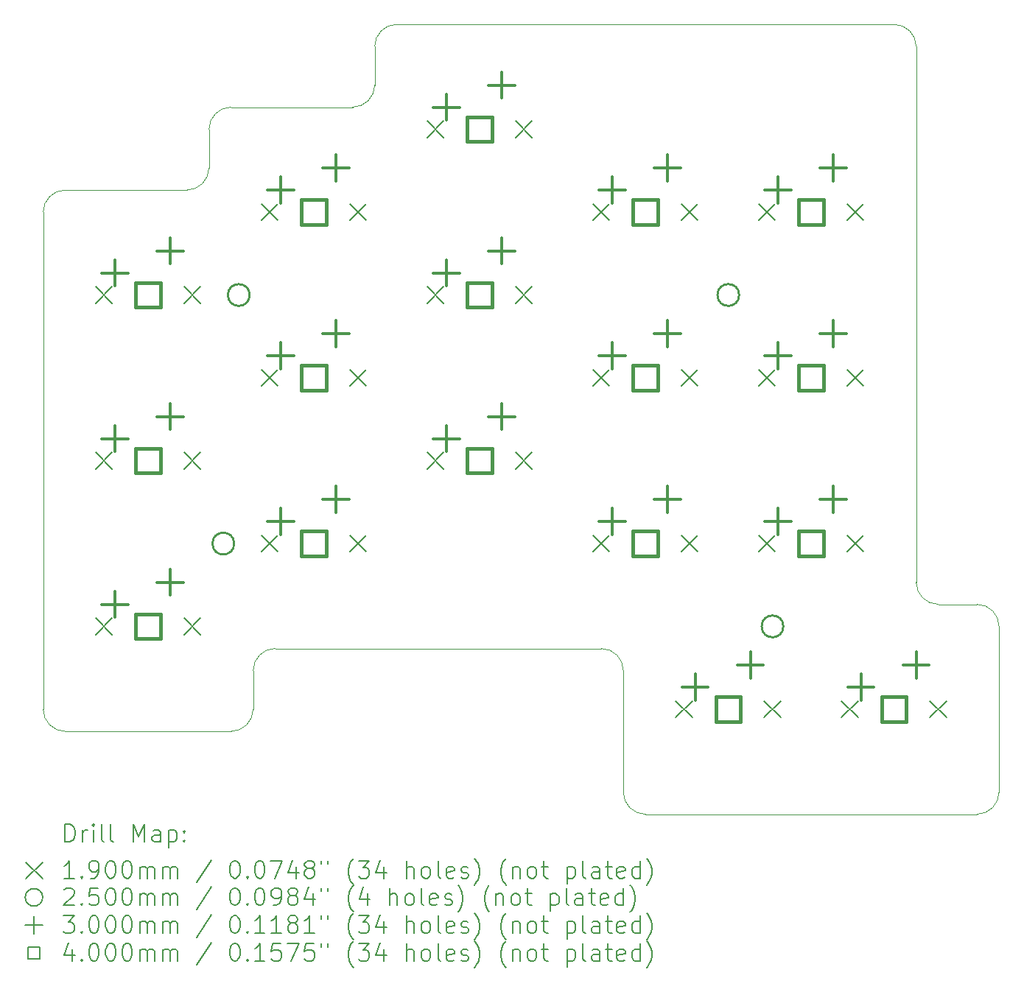
<source format=gbr>
%FSLAX45Y45*%
G04 Gerber Fmt 4.5, Leading zero omitted, Abs format (unit mm)*
G04 Created by KiCad (PCBNEW (6.0.5-0)) date 2022-06-17 02:05:41*
%MOMM*%
%LPD*%
G01*
G04 APERTURE LIST*
%TA.AperFunction,Profile*%
%ADD10C,0.120000*%
%TD*%
%ADD11C,0.200000*%
%ADD12C,0.190000*%
%ADD13C,0.250000*%
%ADD14C,0.300000*%
%ADD15C,0.400000*%
G04 APERTURE END LIST*
D10*
X-4064000Y2413000D02*
X-4064000Y2857500D01*
X-1206500Y-4318000D02*
X-1206500Y-5715000D01*
X2159000Y-3302000D02*
G75*
G03*
X2413000Y-3556000I254000J0D01*
G01*
X-7874000Y-4762500D02*
G75*
G03*
X-7620000Y-5016500I254000J0D01*
G01*
X2603500Y-5969000D02*
X2857500Y-5969000D01*
X-6223000Y1206500D02*
G75*
G03*
X-5969000Y1460500I0J254000D01*
G01*
X-7874000Y952500D02*
X-7874000Y-4762500D01*
X-1206500Y-5715000D02*
G75*
G03*
X-952500Y-5969000I254000J0D01*
G01*
X-4318000Y2159000D02*
G75*
G03*
X-4064000Y2413000I0J254000D01*
G01*
X-5207000Y-4064000D02*
G75*
G03*
X-5461000Y-4318000I0J-254000D01*
G01*
X3111500Y-3810000D02*
G75*
G03*
X2857500Y-3556000I-254000J0D01*
G01*
X2159000Y-3302000D02*
X2159000Y2857500D01*
X-7620000Y-5016500D02*
X-5715000Y-5016500D01*
X-3810000Y3111500D02*
G75*
G03*
X-4064000Y2857500I0J-254000D01*
G01*
X3111500Y-4064000D02*
X3111500Y-3810000D01*
X-5715000Y2159000D02*
G75*
G03*
X-5969000Y1905000I0J-254000D01*
G01*
X-1460500Y-4064000D02*
X-5207000Y-4064000D01*
X-1206500Y-4318000D02*
G75*
G03*
X-1460500Y-4064000I-254000J0D01*
G01*
X-7620000Y1206500D02*
G75*
G03*
X-7874000Y952500I0J-254000D01*
G01*
X-5715000Y-5016500D02*
G75*
G03*
X-5461000Y-4762500I0J254000D01*
G01*
X-5461000Y-4762500D02*
X-5461000Y-4318000D01*
X-1905000Y3111500D02*
X-3810000Y3111500D01*
X-5969000Y1905000D02*
X-5969000Y1460500D01*
X2857500Y-3556000D02*
X2413000Y-3556000D01*
X1905000Y3111500D02*
X-1905000Y3111500D01*
X-6223000Y1206500D02*
X-7620000Y1206500D01*
X2857500Y-5969000D02*
G75*
G03*
X3111500Y-5715000I0J254000D01*
G01*
X3111500Y-4064000D02*
X3111500Y-5715000D01*
X2603500Y-5969000D02*
X-952500Y-5969000D01*
X2159000Y2857500D02*
G75*
G03*
X1905000Y3111500I-254000J0D01*
G01*
X-5715000Y2159000D02*
X-4318000Y2159000D01*
D11*
D12*
X-7270500Y95000D02*
X-7080500Y-95000D01*
X-7080500Y95000D02*
X-7270500Y-95000D01*
X-7270500Y-1810000D02*
X-7080500Y-2000000D01*
X-7080500Y-1810000D02*
X-7270500Y-2000000D01*
X-7270500Y-3715000D02*
X-7080500Y-3905000D01*
X-7080500Y-3715000D02*
X-7270500Y-3905000D01*
X-6254500Y95000D02*
X-6064500Y-95000D01*
X-6064500Y95000D02*
X-6254500Y-95000D01*
X-6254500Y-1810000D02*
X-6064500Y-2000000D01*
X-6064500Y-1810000D02*
X-6254500Y-2000000D01*
X-6254500Y-3715000D02*
X-6064500Y-3905000D01*
X-6064500Y-3715000D02*
X-6254500Y-3905000D01*
X-5365500Y1047500D02*
X-5175500Y857500D01*
X-5175500Y1047500D02*
X-5365500Y857500D01*
X-5365500Y-857500D02*
X-5175500Y-1047500D01*
X-5175500Y-857500D02*
X-5365500Y-1047500D01*
X-5365500Y-2762500D02*
X-5175500Y-2952500D01*
X-5175500Y-2762500D02*
X-5365500Y-2952500D01*
X-4349500Y1047500D02*
X-4159500Y857500D01*
X-4159500Y1047500D02*
X-4349500Y857500D01*
X-4349500Y-857500D02*
X-4159500Y-1047500D01*
X-4159500Y-857500D02*
X-4349500Y-1047500D01*
X-4349500Y-2762500D02*
X-4159500Y-2952500D01*
X-4159500Y-2762500D02*
X-4349500Y-2952500D01*
X-3460500Y2000000D02*
X-3270500Y1810000D01*
X-3270500Y2000000D02*
X-3460500Y1810000D01*
X-3460500Y95000D02*
X-3270500Y-95000D01*
X-3270500Y95000D02*
X-3460500Y-95000D01*
X-3460500Y-1810000D02*
X-3270500Y-2000000D01*
X-3270500Y-1810000D02*
X-3460500Y-2000000D01*
X-2444500Y2000000D02*
X-2254500Y1810000D01*
X-2254500Y2000000D02*
X-2444500Y1810000D01*
X-2444500Y95000D02*
X-2254500Y-95000D01*
X-2254500Y95000D02*
X-2444500Y-95000D01*
X-2444500Y-1810000D02*
X-2254500Y-2000000D01*
X-2254500Y-1810000D02*
X-2444500Y-2000000D01*
X-1555500Y1047500D02*
X-1365500Y857500D01*
X-1365500Y1047500D02*
X-1555500Y857500D01*
X-1555500Y-857500D02*
X-1365500Y-1047500D01*
X-1365500Y-857500D02*
X-1555500Y-1047500D01*
X-1555500Y-2762500D02*
X-1365500Y-2952500D01*
X-1365500Y-2762500D02*
X-1555500Y-2952500D01*
X-603000Y-4667500D02*
X-413000Y-4857500D01*
X-413000Y-4667500D02*
X-603000Y-4857500D01*
X-539500Y1047500D02*
X-349500Y857500D01*
X-349500Y1047500D02*
X-539500Y857500D01*
X-539500Y-857500D02*
X-349500Y-1047500D01*
X-349500Y-857500D02*
X-539500Y-1047500D01*
X-539500Y-2762500D02*
X-349500Y-2952500D01*
X-349500Y-2762500D02*
X-539500Y-2952500D01*
X349500Y1047500D02*
X539500Y857500D01*
X539500Y1047500D02*
X349500Y857500D01*
X349500Y-857500D02*
X539500Y-1047500D01*
X539500Y-857500D02*
X349500Y-1047500D01*
X349500Y-2762500D02*
X539500Y-2952500D01*
X539500Y-2762500D02*
X349500Y-2952500D01*
X413000Y-4667500D02*
X603000Y-4857500D01*
X603000Y-4667500D02*
X413000Y-4857500D01*
X1302000Y-4667500D02*
X1492000Y-4857500D01*
X1492000Y-4667500D02*
X1302000Y-4857500D01*
X1365500Y1047500D02*
X1555500Y857500D01*
X1555500Y1047500D02*
X1365500Y857500D01*
X1365500Y-857500D02*
X1555500Y-1047500D01*
X1555500Y-857500D02*
X1365500Y-1047500D01*
X1365500Y-2762500D02*
X1555500Y-2952500D01*
X1555500Y-2762500D02*
X1365500Y-2952500D01*
X2318000Y-4667500D02*
X2508000Y-4857500D01*
X2508000Y-4667500D02*
X2318000Y-4857500D01*
D13*
X-5678900Y-2857500D02*
G75*
G03*
X-5678900Y-2857500I-125000J0D01*
G01*
X-5501100Y0D02*
G75*
G03*
X-5501100Y0I-125000J0D01*
G01*
X125000Y0D02*
G75*
G03*
X125000Y0I-125000J0D01*
G01*
X633000Y-3810000D02*
G75*
G03*
X633000Y-3810000I-125000J0D01*
G01*
D14*
X-7048500Y404000D02*
X-7048500Y104000D01*
X-7198500Y254000D02*
X-6898500Y254000D01*
X-7048500Y-1501000D02*
X-7048500Y-1801000D01*
X-7198500Y-1651000D02*
X-6898500Y-1651000D01*
X-7048500Y-3406000D02*
X-7048500Y-3706000D01*
X-7198500Y-3556000D02*
X-6898500Y-3556000D01*
X-6413500Y658000D02*
X-6413500Y358000D01*
X-6563500Y508000D02*
X-6263500Y508000D01*
X-6413500Y-1247000D02*
X-6413500Y-1547000D01*
X-6563500Y-1397000D02*
X-6263500Y-1397000D01*
X-6413500Y-3152000D02*
X-6413500Y-3452000D01*
X-6563500Y-3302000D02*
X-6263500Y-3302000D01*
X-5143500Y1356500D02*
X-5143500Y1056500D01*
X-5293500Y1206500D02*
X-4993500Y1206500D01*
X-5143500Y-548500D02*
X-5143500Y-848500D01*
X-5293500Y-698500D02*
X-4993500Y-698500D01*
X-5143500Y-2453500D02*
X-5143500Y-2753500D01*
X-5293500Y-2603500D02*
X-4993500Y-2603500D01*
X-4508500Y1610500D02*
X-4508500Y1310500D01*
X-4658500Y1460500D02*
X-4358500Y1460500D01*
X-4508500Y-294500D02*
X-4508500Y-594500D01*
X-4658500Y-444500D02*
X-4358500Y-444500D01*
X-4508500Y-2199500D02*
X-4508500Y-2499500D01*
X-4658500Y-2349500D02*
X-4358500Y-2349500D01*
X-3238500Y2309000D02*
X-3238500Y2009000D01*
X-3388500Y2159000D02*
X-3088500Y2159000D01*
X-3238500Y404000D02*
X-3238500Y104000D01*
X-3388500Y254000D02*
X-3088500Y254000D01*
X-3238500Y-1501000D02*
X-3238500Y-1801000D01*
X-3388500Y-1651000D02*
X-3088500Y-1651000D01*
X-2603500Y2563000D02*
X-2603500Y2263000D01*
X-2753500Y2413000D02*
X-2453500Y2413000D01*
X-2603500Y658000D02*
X-2603500Y358000D01*
X-2753500Y508000D02*
X-2453500Y508000D01*
X-2603500Y-1247000D02*
X-2603500Y-1547000D01*
X-2753500Y-1397000D02*
X-2453500Y-1397000D01*
X-1333500Y1356500D02*
X-1333500Y1056500D01*
X-1483500Y1206500D02*
X-1183500Y1206500D01*
X-1333500Y-548500D02*
X-1333500Y-848500D01*
X-1483500Y-698500D02*
X-1183500Y-698500D01*
X-1333500Y-2453500D02*
X-1333500Y-2753500D01*
X-1483500Y-2603500D02*
X-1183500Y-2603500D01*
X-698500Y1610500D02*
X-698500Y1310500D01*
X-848500Y1460500D02*
X-548500Y1460500D01*
X-698500Y-294500D02*
X-698500Y-594500D01*
X-848500Y-444500D02*
X-548500Y-444500D01*
X-698500Y-2199500D02*
X-698500Y-2499500D01*
X-848500Y-2349500D02*
X-548500Y-2349500D01*
X-381000Y-4358500D02*
X-381000Y-4658500D01*
X-531000Y-4508500D02*
X-231000Y-4508500D01*
X254000Y-4104500D02*
X254000Y-4404500D01*
X104000Y-4254500D02*
X404000Y-4254500D01*
X571500Y1356500D02*
X571500Y1056500D01*
X421500Y1206500D02*
X721500Y1206500D01*
X571500Y-548500D02*
X571500Y-848500D01*
X421500Y-698500D02*
X721500Y-698500D01*
X571500Y-2453500D02*
X571500Y-2753500D01*
X421500Y-2603500D02*
X721500Y-2603500D01*
X1206500Y1610500D02*
X1206500Y1310500D01*
X1056500Y1460500D02*
X1356500Y1460500D01*
X1206500Y-294500D02*
X1206500Y-594500D01*
X1056500Y-444500D02*
X1356500Y-444500D01*
X1206500Y-2199500D02*
X1206500Y-2499500D01*
X1056500Y-2349500D02*
X1356500Y-2349500D01*
X1524000Y-4358500D02*
X1524000Y-4658500D01*
X1374000Y-4508500D02*
X1674000Y-4508500D01*
X2159000Y-4104500D02*
X2159000Y-4404500D01*
X2009000Y-4254500D02*
X2309000Y-4254500D01*
D15*
X-6526077Y-141423D02*
X-6526077Y141423D01*
X-6808923Y141423D01*
X-6808923Y-141423D01*
X-6526077Y-141423D01*
X-6526077Y-141423D02*
X-6526077Y141423D01*
X-6808923Y141423D01*
X-6808923Y-141423D01*
X-6526077Y-141423D01*
X-6526077Y-2046423D02*
X-6526077Y-1763577D01*
X-6808923Y-1763577D01*
X-6808923Y-2046423D01*
X-6526077Y-2046423D01*
X-6526077Y-2046423D02*
X-6526077Y-1763577D01*
X-6808923Y-1763577D01*
X-6808923Y-2046423D01*
X-6526077Y-2046423D01*
X-6526077Y-3951423D02*
X-6526077Y-3668577D01*
X-6808923Y-3668577D01*
X-6808923Y-3951423D01*
X-6526077Y-3951423D01*
X-6526077Y-3951423D02*
X-6526077Y-3668577D01*
X-6808923Y-3668577D01*
X-6808923Y-3951423D01*
X-6526077Y-3951423D01*
X-4621077Y811077D02*
X-4621077Y1093923D01*
X-4903923Y1093923D01*
X-4903923Y811077D01*
X-4621077Y811077D01*
X-4621077Y811077D02*
X-4621077Y1093923D01*
X-4903923Y1093923D01*
X-4903923Y811077D01*
X-4621077Y811077D01*
X-4621077Y-1093923D02*
X-4621077Y-811077D01*
X-4903923Y-811077D01*
X-4903923Y-1093923D01*
X-4621077Y-1093923D01*
X-4621077Y-1093923D02*
X-4621077Y-811077D01*
X-4903923Y-811077D01*
X-4903923Y-1093923D01*
X-4621077Y-1093923D01*
X-4621077Y-2998923D02*
X-4621077Y-2716077D01*
X-4903923Y-2716077D01*
X-4903923Y-2998923D01*
X-4621077Y-2998923D01*
X-4621077Y-2998923D02*
X-4621077Y-2716077D01*
X-4903923Y-2716077D01*
X-4903923Y-2998923D01*
X-4621077Y-2998923D01*
X-2716077Y1763577D02*
X-2716077Y2046423D01*
X-2998923Y2046423D01*
X-2998923Y1763577D01*
X-2716077Y1763577D01*
X-2716077Y1763577D02*
X-2716077Y2046423D01*
X-2998923Y2046423D01*
X-2998923Y1763577D01*
X-2716077Y1763577D01*
X-2716077Y-141423D02*
X-2716077Y141423D01*
X-2998923Y141423D01*
X-2998923Y-141423D01*
X-2716077Y-141423D01*
X-2716077Y-141423D02*
X-2716077Y141423D01*
X-2998923Y141423D01*
X-2998923Y-141423D01*
X-2716077Y-141423D01*
X-2716077Y-2046423D02*
X-2716077Y-1763577D01*
X-2998923Y-1763577D01*
X-2998923Y-2046423D01*
X-2716077Y-2046423D01*
X-2716077Y-2046423D02*
X-2716077Y-1763577D01*
X-2998923Y-1763577D01*
X-2998923Y-2046423D01*
X-2716077Y-2046423D01*
X-811077Y811077D02*
X-811077Y1093923D01*
X-1093923Y1093923D01*
X-1093923Y811077D01*
X-811077Y811077D01*
X-811077Y811077D02*
X-811077Y1093923D01*
X-1093923Y1093923D01*
X-1093923Y811077D01*
X-811077Y811077D01*
X-811077Y-1093923D02*
X-811077Y-811077D01*
X-1093923Y-811077D01*
X-1093923Y-1093923D01*
X-811077Y-1093923D01*
X-811077Y-1093923D02*
X-811077Y-811077D01*
X-1093923Y-811077D01*
X-1093923Y-1093923D01*
X-811077Y-1093923D01*
X-811077Y-2998923D02*
X-811077Y-2716077D01*
X-1093923Y-2716077D01*
X-1093923Y-2998923D01*
X-811077Y-2998923D01*
X-811077Y-2998923D02*
X-811077Y-2716077D01*
X-1093923Y-2716077D01*
X-1093923Y-2998923D01*
X-811077Y-2998923D01*
X141423Y-4903923D02*
X141423Y-4621077D01*
X-141423Y-4621077D01*
X-141423Y-4903923D01*
X141423Y-4903923D01*
X141423Y-4903923D02*
X141423Y-4621077D01*
X-141423Y-4621077D01*
X-141423Y-4903923D01*
X141423Y-4903923D01*
X1093923Y811077D02*
X1093923Y1093923D01*
X811077Y1093923D01*
X811077Y811077D01*
X1093923Y811077D01*
X1093923Y811077D02*
X1093923Y1093923D01*
X811077Y1093923D01*
X811077Y811077D01*
X1093923Y811077D01*
X1093923Y-1093923D02*
X1093923Y-811077D01*
X811077Y-811077D01*
X811077Y-1093923D01*
X1093923Y-1093923D01*
X1093923Y-1093923D02*
X1093923Y-811077D01*
X811077Y-811077D01*
X811077Y-1093923D01*
X1093923Y-1093923D01*
X1093923Y-2998923D02*
X1093923Y-2716077D01*
X811077Y-2716077D01*
X811077Y-2998923D01*
X1093923Y-2998923D01*
X1093923Y-2998923D02*
X1093923Y-2716077D01*
X811077Y-2716077D01*
X811077Y-2998923D01*
X1093923Y-2998923D01*
X2046423Y-4903923D02*
X2046423Y-4621077D01*
X1763577Y-4621077D01*
X1763577Y-4903923D01*
X2046423Y-4903923D01*
X2046423Y-4903923D02*
X2046423Y-4621077D01*
X1763577Y-4621077D01*
X1763577Y-4903923D01*
X2046423Y-4903923D01*
D11*
X-7622381Y-6285476D02*
X-7622381Y-6085476D01*
X-7574762Y-6085476D01*
X-7546190Y-6095000D01*
X-7527143Y-6114048D01*
X-7517619Y-6133095D01*
X-7508095Y-6171190D01*
X-7508095Y-6199762D01*
X-7517619Y-6237857D01*
X-7527143Y-6256905D01*
X-7546190Y-6275952D01*
X-7574762Y-6285476D01*
X-7622381Y-6285476D01*
X-7422381Y-6285476D02*
X-7422381Y-6152143D01*
X-7422381Y-6190238D02*
X-7412857Y-6171190D01*
X-7403333Y-6161667D01*
X-7384286Y-6152143D01*
X-7365238Y-6152143D01*
X-7298571Y-6285476D02*
X-7298571Y-6152143D01*
X-7298571Y-6085476D02*
X-7308095Y-6095000D01*
X-7298571Y-6104524D01*
X-7289048Y-6095000D01*
X-7298571Y-6085476D01*
X-7298571Y-6104524D01*
X-7174762Y-6285476D02*
X-7193810Y-6275952D01*
X-7203333Y-6256905D01*
X-7203333Y-6085476D01*
X-7070000Y-6285476D02*
X-7089048Y-6275952D01*
X-7098571Y-6256905D01*
X-7098571Y-6085476D01*
X-6841429Y-6285476D02*
X-6841429Y-6085476D01*
X-6774762Y-6228333D01*
X-6708095Y-6085476D01*
X-6708095Y-6285476D01*
X-6527143Y-6285476D02*
X-6527143Y-6180714D01*
X-6536667Y-6161667D01*
X-6555714Y-6152143D01*
X-6593810Y-6152143D01*
X-6612857Y-6161667D01*
X-6527143Y-6275952D02*
X-6546190Y-6285476D01*
X-6593810Y-6285476D01*
X-6612857Y-6275952D01*
X-6622381Y-6256905D01*
X-6622381Y-6237857D01*
X-6612857Y-6218809D01*
X-6593810Y-6209286D01*
X-6546190Y-6209286D01*
X-6527143Y-6199762D01*
X-6431905Y-6152143D02*
X-6431905Y-6352143D01*
X-6431905Y-6161667D02*
X-6412857Y-6152143D01*
X-6374762Y-6152143D01*
X-6355714Y-6161667D01*
X-6346190Y-6171190D01*
X-6336667Y-6190238D01*
X-6336667Y-6247381D01*
X-6346190Y-6266428D01*
X-6355714Y-6275952D01*
X-6374762Y-6285476D01*
X-6412857Y-6285476D01*
X-6431905Y-6275952D01*
X-6250952Y-6266428D02*
X-6241429Y-6275952D01*
X-6250952Y-6285476D01*
X-6260476Y-6275952D01*
X-6250952Y-6266428D01*
X-6250952Y-6285476D01*
X-6250952Y-6161667D02*
X-6241429Y-6171190D01*
X-6250952Y-6180714D01*
X-6260476Y-6171190D01*
X-6250952Y-6161667D01*
X-6250952Y-6180714D01*
D12*
X-8070000Y-6520000D02*
X-7880000Y-6710000D01*
X-7880000Y-6520000D02*
X-8070000Y-6710000D01*
D11*
X-7517619Y-6705476D02*
X-7631905Y-6705476D01*
X-7574762Y-6705476D02*
X-7574762Y-6505476D01*
X-7593810Y-6534048D01*
X-7612857Y-6553095D01*
X-7631905Y-6562619D01*
X-7431905Y-6686428D02*
X-7422381Y-6695952D01*
X-7431905Y-6705476D01*
X-7441429Y-6695952D01*
X-7431905Y-6686428D01*
X-7431905Y-6705476D01*
X-7327143Y-6705476D02*
X-7289048Y-6705476D01*
X-7270000Y-6695952D01*
X-7260476Y-6686428D01*
X-7241429Y-6657857D01*
X-7231905Y-6619762D01*
X-7231905Y-6543571D01*
X-7241429Y-6524524D01*
X-7250952Y-6515000D01*
X-7270000Y-6505476D01*
X-7308095Y-6505476D01*
X-7327143Y-6515000D01*
X-7336667Y-6524524D01*
X-7346190Y-6543571D01*
X-7346190Y-6591190D01*
X-7336667Y-6610238D01*
X-7327143Y-6619762D01*
X-7308095Y-6629286D01*
X-7270000Y-6629286D01*
X-7250952Y-6619762D01*
X-7241429Y-6610238D01*
X-7231905Y-6591190D01*
X-7108095Y-6505476D02*
X-7089048Y-6505476D01*
X-7070000Y-6515000D01*
X-7060476Y-6524524D01*
X-7050952Y-6543571D01*
X-7041429Y-6581667D01*
X-7041429Y-6629286D01*
X-7050952Y-6667381D01*
X-7060476Y-6686428D01*
X-7070000Y-6695952D01*
X-7089048Y-6705476D01*
X-7108095Y-6705476D01*
X-7127143Y-6695952D01*
X-7136667Y-6686428D01*
X-7146190Y-6667381D01*
X-7155714Y-6629286D01*
X-7155714Y-6581667D01*
X-7146190Y-6543571D01*
X-7136667Y-6524524D01*
X-7127143Y-6515000D01*
X-7108095Y-6505476D01*
X-6917619Y-6505476D02*
X-6898571Y-6505476D01*
X-6879524Y-6515000D01*
X-6870000Y-6524524D01*
X-6860476Y-6543571D01*
X-6850952Y-6581667D01*
X-6850952Y-6629286D01*
X-6860476Y-6667381D01*
X-6870000Y-6686428D01*
X-6879524Y-6695952D01*
X-6898571Y-6705476D01*
X-6917619Y-6705476D01*
X-6936667Y-6695952D01*
X-6946190Y-6686428D01*
X-6955714Y-6667381D01*
X-6965238Y-6629286D01*
X-6965238Y-6581667D01*
X-6955714Y-6543571D01*
X-6946190Y-6524524D01*
X-6936667Y-6515000D01*
X-6917619Y-6505476D01*
X-6765238Y-6705476D02*
X-6765238Y-6572143D01*
X-6765238Y-6591190D02*
X-6755714Y-6581667D01*
X-6736667Y-6572143D01*
X-6708095Y-6572143D01*
X-6689048Y-6581667D01*
X-6679524Y-6600714D01*
X-6679524Y-6705476D01*
X-6679524Y-6600714D02*
X-6670000Y-6581667D01*
X-6650952Y-6572143D01*
X-6622381Y-6572143D01*
X-6603333Y-6581667D01*
X-6593810Y-6600714D01*
X-6593810Y-6705476D01*
X-6498571Y-6705476D02*
X-6498571Y-6572143D01*
X-6498571Y-6591190D02*
X-6489048Y-6581667D01*
X-6470000Y-6572143D01*
X-6441429Y-6572143D01*
X-6422381Y-6581667D01*
X-6412857Y-6600714D01*
X-6412857Y-6705476D01*
X-6412857Y-6600714D02*
X-6403333Y-6581667D01*
X-6384286Y-6572143D01*
X-6355714Y-6572143D01*
X-6336667Y-6581667D01*
X-6327143Y-6600714D01*
X-6327143Y-6705476D01*
X-5936667Y-6495952D02*
X-6108095Y-6753095D01*
X-5679524Y-6505476D02*
X-5660476Y-6505476D01*
X-5641429Y-6515000D01*
X-5631905Y-6524524D01*
X-5622381Y-6543571D01*
X-5612857Y-6581667D01*
X-5612857Y-6629286D01*
X-5622381Y-6667381D01*
X-5631905Y-6686428D01*
X-5641429Y-6695952D01*
X-5660476Y-6705476D01*
X-5679524Y-6705476D01*
X-5698571Y-6695952D01*
X-5708095Y-6686428D01*
X-5717619Y-6667381D01*
X-5727143Y-6629286D01*
X-5727143Y-6581667D01*
X-5717619Y-6543571D01*
X-5708095Y-6524524D01*
X-5698571Y-6515000D01*
X-5679524Y-6505476D01*
X-5527143Y-6686428D02*
X-5517619Y-6695952D01*
X-5527143Y-6705476D01*
X-5536667Y-6695952D01*
X-5527143Y-6686428D01*
X-5527143Y-6705476D01*
X-5393810Y-6505476D02*
X-5374762Y-6505476D01*
X-5355714Y-6515000D01*
X-5346191Y-6524524D01*
X-5336667Y-6543571D01*
X-5327143Y-6581667D01*
X-5327143Y-6629286D01*
X-5336667Y-6667381D01*
X-5346191Y-6686428D01*
X-5355714Y-6695952D01*
X-5374762Y-6705476D01*
X-5393810Y-6705476D01*
X-5412857Y-6695952D01*
X-5422381Y-6686428D01*
X-5431905Y-6667381D01*
X-5441429Y-6629286D01*
X-5441429Y-6581667D01*
X-5431905Y-6543571D01*
X-5422381Y-6524524D01*
X-5412857Y-6515000D01*
X-5393810Y-6505476D01*
X-5260476Y-6505476D02*
X-5127143Y-6505476D01*
X-5212857Y-6705476D01*
X-4965238Y-6572143D02*
X-4965238Y-6705476D01*
X-5012857Y-6495952D02*
X-5060476Y-6638809D01*
X-4936667Y-6638809D01*
X-4831905Y-6591190D02*
X-4850952Y-6581667D01*
X-4860476Y-6572143D01*
X-4870000Y-6553095D01*
X-4870000Y-6543571D01*
X-4860476Y-6524524D01*
X-4850952Y-6515000D01*
X-4831905Y-6505476D01*
X-4793810Y-6505476D01*
X-4774762Y-6515000D01*
X-4765238Y-6524524D01*
X-4755714Y-6543571D01*
X-4755714Y-6553095D01*
X-4765238Y-6572143D01*
X-4774762Y-6581667D01*
X-4793810Y-6591190D01*
X-4831905Y-6591190D01*
X-4850952Y-6600714D01*
X-4860476Y-6610238D01*
X-4870000Y-6629286D01*
X-4870000Y-6667381D01*
X-4860476Y-6686428D01*
X-4850952Y-6695952D01*
X-4831905Y-6705476D01*
X-4793810Y-6705476D01*
X-4774762Y-6695952D01*
X-4765238Y-6686428D01*
X-4755714Y-6667381D01*
X-4755714Y-6629286D01*
X-4765238Y-6610238D01*
X-4774762Y-6600714D01*
X-4793810Y-6591190D01*
X-4679524Y-6505476D02*
X-4679524Y-6543571D01*
X-4603333Y-6505476D02*
X-4603333Y-6543571D01*
X-4308095Y-6781667D02*
X-4317619Y-6772143D01*
X-4336667Y-6743571D01*
X-4346191Y-6724524D01*
X-4355714Y-6695952D01*
X-4365238Y-6648333D01*
X-4365238Y-6610238D01*
X-4355714Y-6562619D01*
X-4346191Y-6534048D01*
X-4336667Y-6515000D01*
X-4317619Y-6486428D01*
X-4308095Y-6476905D01*
X-4250952Y-6505476D02*
X-4127143Y-6505476D01*
X-4193810Y-6581667D01*
X-4165238Y-6581667D01*
X-4146190Y-6591190D01*
X-4136667Y-6600714D01*
X-4127143Y-6619762D01*
X-4127143Y-6667381D01*
X-4136667Y-6686428D01*
X-4146190Y-6695952D01*
X-4165238Y-6705476D01*
X-4222381Y-6705476D01*
X-4241429Y-6695952D01*
X-4250952Y-6686428D01*
X-3955714Y-6572143D02*
X-3955714Y-6705476D01*
X-4003333Y-6495952D02*
X-4050952Y-6638809D01*
X-3927143Y-6638809D01*
X-3698571Y-6705476D02*
X-3698571Y-6505476D01*
X-3612857Y-6705476D02*
X-3612857Y-6600714D01*
X-3622381Y-6581667D01*
X-3641429Y-6572143D01*
X-3670000Y-6572143D01*
X-3689048Y-6581667D01*
X-3698571Y-6591190D01*
X-3489048Y-6705476D02*
X-3508095Y-6695952D01*
X-3517619Y-6686428D01*
X-3527143Y-6667381D01*
X-3527143Y-6610238D01*
X-3517619Y-6591190D01*
X-3508095Y-6581667D01*
X-3489048Y-6572143D01*
X-3460476Y-6572143D01*
X-3441429Y-6581667D01*
X-3431905Y-6591190D01*
X-3422381Y-6610238D01*
X-3422381Y-6667381D01*
X-3431905Y-6686428D01*
X-3441429Y-6695952D01*
X-3460476Y-6705476D01*
X-3489048Y-6705476D01*
X-3308095Y-6705476D02*
X-3327143Y-6695952D01*
X-3336667Y-6676905D01*
X-3336667Y-6505476D01*
X-3155714Y-6695952D02*
X-3174762Y-6705476D01*
X-3212857Y-6705476D01*
X-3231905Y-6695952D01*
X-3241429Y-6676905D01*
X-3241429Y-6600714D01*
X-3231905Y-6581667D01*
X-3212857Y-6572143D01*
X-3174762Y-6572143D01*
X-3155714Y-6581667D01*
X-3146190Y-6600714D01*
X-3146190Y-6619762D01*
X-3241429Y-6638809D01*
X-3070000Y-6695952D02*
X-3050952Y-6705476D01*
X-3012857Y-6705476D01*
X-2993810Y-6695952D01*
X-2984286Y-6676905D01*
X-2984286Y-6667381D01*
X-2993810Y-6648333D01*
X-3012857Y-6638809D01*
X-3041429Y-6638809D01*
X-3060476Y-6629286D01*
X-3070000Y-6610238D01*
X-3070000Y-6600714D01*
X-3060476Y-6581667D01*
X-3041429Y-6572143D01*
X-3012857Y-6572143D01*
X-2993810Y-6581667D01*
X-2917619Y-6781667D02*
X-2908095Y-6772143D01*
X-2889048Y-6743571D01*
X-2879524Y-6724524D01*
X-2870000Y-6695952D01*
X-2860476Y-6648333D01*
X-2860476Y-6610238D01*
X-2870000Y-6562619D01*
X-2879524Y-6534048D01*
X-2889048Y-6515000D01*
X-2908095Y-6486428D01*
X-2917619Y-6476905D01*
X-2555714Y-6781667D02*
X-2565238Y-6772143D01*
X-2584286Y-6743571D01*
X-2593810Y-6724524D01*
X-2603333Y-6695952D01*
X-2612857Y-6648333D01*
X-2612857Y-6610238D01*
X-2603333Y-6562619D01*
X-2593810Y-6534048D01*
X-2584286Y-6515000D01*
X-2565238Y-6486428D01*
X-2555714Y-6476905D01*
X-2479524Y-6572143D02*
X-2479524Y-6705476D01*
X-2479524Y-6591190D02*
X-2470000Y-6581667D01*
X-2450952Y-6572143D01*
X-2422381Y-6572143D01*
X-2403333Y-6581667D01*
X-2393810Y-6600714D01*
X-2393810Y-6705476D01*
X-2270000Y-6705476D02*
X-2289048Y-6695952D01*
X-2298572Y-6686428D01*
X-2308095Y-6667381D01*
X-2308095Y-6610238D01*
X-2298572Y-6591190D01*
X-2289048Y-6581667D01*
X-2270000Y-6572143D01*
X-2241429Y-6572143D01*
X-2222381Y-6581667D01*
X-2212857Y-6591190D01*
X-2203333Y-6610238D01*
X-2203333Y-6667381D01*
X-2212857Y-6686428D01*
X-2222381Y-6695952D01*
X-2241429Y-6705476D01*
X-2270000Y-6705476D01*
X-2146191Y-6572143D02*
X-2070000Y-6572143D01*
X-2117619Y-6505476D02*
X-2117619Y-6676905D01*
X-2108095Y-6695952D01*
X-2089048Y-6705476D01*
X-2070000Y-6705476D01*
X-1850952Y-6572143D02*
X-1850952Y-6772143D01*
X-1850952Y-6581667D02*
X-1831905Y-6572143D01*
X-1793810Y-6572143D01*
X-1774762Y-6581667D01*
X-1765238Y-6591190D01*
X-1755714Y-6610238D01*
X-1755714Y-6667381D01*
X-1765238Y-6686428D01*
X-1774762Y-6695952D01*
X-1793810Y-6705476D01*
X-1831905Y-6705476D01*
X-1850952Y-6695952D01*
X-1641429Y-6705476D02*
X-1660476Y-6695952D01*
X-1670000Y-6676905D01*
X-1670000Y-6505476D01*
X-1479524Y-6705476D02*
X-1479524Y-6600714D01*
X-1489048Y-6581667D01*
X-1508095Y-6572143D01*
X-1546190Y-6572143D01*
X-1565238Y-6581667D01*
X-1479524Y-6695952D02*
X-1498571Y-6705476D01*
X-1546190Y-6705476D01*
X-1565238Y-6695952D01*
X-1574762Y-6676905D01*
X-1574762Y-6657857D01*
X-1565238Y-6638809D01*
X-1546190Y-6629286D01*
X-1498571Y-6629286D01*
X-1479524Y-6619762D01*
X-1412857Y-6572143D02*
X-1336667Y-6572143D01*
X-1384286Y-6505476D02*
X-1384286Y-6676905D01*
X-1374762Y-6695952D01*
X-1355714Y-6705476D01*
X-1336667Y-6705476D01*
X-1193810Y-6695952D02*
X-1212857Y-6705476D01*
X-1250952Y-6705476D01*
X-1270000Y-6695952D01*
X-1279524Y-6676905D01*
X-1279524Y-6600714D01*
X-1270000Y-6581667D01*
X-1250952Y-6572143D01*
X-1212857Y-6572143D01*
X-1193810Y-6581667D01*
X-1184286Y-6600714D01*
X-1184286Y-6619762D01*
X-1279524Y-6638809D01*
X-1012857Y-6705476D02*
X-1012857Y-6505476D01*
X-1012857Y-6695952D02*
X-1031905Y-6705476D01*
X-1070000Y-6705476D01*
X-1089048Y-6695952D01*
X-1098572Y-6686428D01*
X-1108095Y-6667381D01*
X-1108095Y-6610238D01*
X-1098572Y-6591190D01*
X-1089048Y-6581667D01*
X-1070000Y-6572143D01*
X-1031905Y-6572143D01*
X-1012857Y-6581667D01*
X-936667Y-6781667D02*
X-927143Y-6772143D01*
X-908095Y-6743571D01*
X-898571Y-6724524D01*
X-889048Y-6695952D01*
X-879524Y-6648333D01*
X-879524Y-6610238D01*
X-889048Y-6562619D01*
X-898571Y-6534048D01*
X-908095Y-6515000D01*
X-927143Y-6486428D01*
X-936667Y-6476905D01*
X-7880000Y-6925000D02*
G75*
G03*
X-7880000Y-6925000I-100000J0D01*
G01*
X-7631905Y-6834524D02*
X-7622381Y-6825000D01*
X-7603333Y-6815476D01*
X-7555714Y-6815476D01*
X-7536667Y-6825000D01*
X-7527143Y-6834524D01*
X-7517619Y-6853571D01*
X-7517619Y-6872619D01*
X-7527143Y-6901190D01*
X-7641429Y-7015476D01*
X-7517619Y-7015476D01*
X-7431905Y-6996428D02*
X-7422381Y-7005952D01*
X-7431905Y-7015476D01*
X-7441429Y-7005952D01*
X-7431905Y-6996428D01*
X-7431905Y-7015476D01*
X-7241429Y-6815476D02*
X-7336667Y-6815476D01*
X-7346190Y-6910714D01*
X-7336667Y-6901190D01*
X-7317619Y-6891667D01*
X-7270000Y-6891667D01*
X-7250952Y-6901190D01*
X-7241429Y-6910714D01*
X-7231905Y-6929762D01*
X-7231905Y-6977381D01*
X-7241429Y-6996428D01*
X-7250952Y-7005952D01*
X-7270000Y-7015476D01*
X-7317619Y-7015476D01*
X-7336667Y-7005952D01*
X-7346190Y-6996428D01*
X-7108095Y-6815476D02*
X-7089048Y-6815476D01*
X-7070000Y-6825000D01*
X-7060476Y-6834524D01*
X-7050952Y-6853571D01*
X-7041429Y-6891667D01*
X-7041429Y-6939286D01*
X-7050952Y-6977381D01*
X-7060476Y-6996428D01*
X-7070000Y-7005952D01*
X-7089048Y-7015476D01*
X-7108095Y-7015476D01*
X-7127143Y-7005952D01*
X-7136667Y-6996428D01*
X-7146190Y-6977381D01*
X-7155714Y-6939286D01*
X-7155714Y-6891667D01*
X-7146190Y-6853571D01*
X-7136667Y-6834524D01*
X-7127143Y-6825000D01*
X-7108095Y-6815476D01*
X-6917619Y-6815476D02*
X-6898571Y-6815476D01*
X-6879524Y-6825000D01*
X-6870000Y-6834524D01*
X-6860476Y-6853571D01*
X-6850952Y-6891667D01*
X-6850952Y-6939286D01*
X-6860476Y-6977381D01*
X-6870000Y-6996428D01*
X-6879524Y-7005952D01*
X-6898571Y-7015476D01*
X-6917619Y-7015476D01*
X-6936667Y-7005952D01*
X-6946190Y-6996428D01*
X-6955714Y-6977381D01*
X-6965238Y-6939286D01*
X-6965238Y-6891667D01*
X-6955714Y-6853571D01*
X-6946190Y-6834524D01*
X-6936667Y-6825000D01*
X-6917619Y-6815476D01*
X-6765238Y-7015476D02*
X-6765238Y-6882143D01*
X-6765238Y-6901190D02*
X-6755714Y-6891667D01*
X-6736667Y-6882143D01*
X-6708095Y-6882143D01*
X-6689048Y-6891667D01*
X-6679524Y-6910714D01*
X-6679524Y-7015476D01*
X-6679524Y-6910714D02*
X-6670000Y-6891667D01*
X-6650952Y-6882143D01*
X-6622381Y-6882143D01*
X-6603333Y-6891667D01*
X-6593810Y-6910714D01*
X-6593810Y-7015476D01*
X-6498571Y-7015476D02*
X-6498571Y-6882143D01*
X-6498571Y-6901190D02*
X-6489048Y-6891667D01*
X-6470000Y-6882143D01*
X-6441429Y-6882143D01*
X-6422381Y-6891667D01*
X-6412857Y-6910714D01*
X-6412857Y-7015476D01*
X-6412857Y-6910714D02*
X-6403333Y-6891667D01*
X-6384286Y-6882143D01*
X-6355714Y-6882143D01*
X-6336667Y-6891667D01*
X-6327143Y-6910714D01*
X-6327143Y-7015476D01*
X-5936667Y-6805952D02*
X-6108095Y-7063095D01*
X-5679524Y-6815476D02*
X-5660476Y-6815476D01*
X-5641429Y-6825000D01*
X-5631905Y-6834524D01*
X-5622381Y-6853571D01*
X-5612857Y-6891667D01*
X-5612857Y-6939286D01*
X-5622381Y-6977381D01*
X-5631905Y-6996428D01*
X-5641429Y-7005952D01*
X-5660476Y-7015476D01*
X-5679524Y-7015476D01*
X-5698571Y-7005952D01*
X-5708095Y-6996428D01*
X-5717619Y-6977381D01*
X-5727143Y-6939286D01*
X-5727143Y-6891667D01*
X-5717619Y-6853571D01*
X-5708095Y-6834524D01*
X-5698571Y-6825000D01*
X-5679524Y-6815476D01*
X-5527143Y-6996428D02*
X-5517619Y-7005952D01*
X-5527143Y-7015476D01*
X-5536667Y-7005952D01*
X-5527143Y-6996428D01*
X-5527143Y-7015476D01*
X-5393810Y-6815476D02*
X-5374762Y-6815476D01*
X-5355714Y-6825000D01*
X-5346191Y-6834524D01*
X-5336667Y-6853571D01*
X-5327143Y-6891667D01*
X-5327143Y-6939286D01*
X-5336667Y-6977381D01*
X-5346191Y-6996428D01*
X-5355714Y-7005952D01*
X-5374762Y-7015476D01*
X-5393810Y-7015476D01*
X-5412857Y-7005952D01*
X-5422381Y-6996428D01*
X-5431905Y-6977381D01*
X-5441429Y-6939286D01*
X-5441429Y-6891667D01*
X-5431905Y-6853571D01*
X-5422381Y-6834524D01*
X-5412857Y-6825000D01*
X-5393810Y-6815476D01*
X-5231905Y-7015476D02*
X-5193810Y-7015476D01*
X-5174762Y-7005952D01*
X-5165238Y-6996428D01*
X-5146191Y-6967857D01*
X-5136667Y-6929762D01*
X-5136667Y-6853571D01*
X-5146191Y-6834524D01*
X-5155714Y-6825000D01*
X-5174762Y-6815476D01*
X-5212857Y-6815476D01*
X-5231905Y-6825000D01*
X-5241429Y-6834524D01*
X-5250952Y-6853571D01*
X-5250952Y-6901190D01*
X-5241429Y-6920238D01*
X-5231905Y-6929762D01*
X-5212857Y-6939286D01*
X-5174762Y-6939286D01*
X-5155714Y-6929762D01*
X-5146191Y-6920238D01*
X-5136667Y-6901190D01*
X-5022381Y-6901190D02*
X-5041429Y-6891667D01*
X-5050952Y-6882143D01*
X-5060476Y-6863095D01*
X-5060476Y-6853571D01*
X-5050952Y-6834524D01*
X-5041429Y-6825000D01*
X-5022381Y-6815476D01*
X-4984286Y-6815476D01*
X-4965238Y-6825000D01*
X-4955714Y-6834524D01*
X-4946191Y-6853571D01*
X-4946191Y-6863095D01*
X-4955714Y-6882143D01*
X-4965238Y-6891667D01*
X-4984286Y-6901190D01*
X-5022381Y-6901190D01*
X-5041429Y-6910714D01*
X-5050952Y-6920238D01*
X-5060476Y-6939286D01*
X-5060476Y-6977381D01*
X-5050952Y-6996428D01*
X-5041429Y-7005952D01*
X-5022381Y-7015476D01*
X-4984286Y-7015476D01*
X-4965238Y-7005952D01*
X-4955714Y-6996428D01*
X-4946191Y-6977381D01*
X-4946191Y-6939286D01*
X-4955714Y-6920238D01*
X-4965238Y-6910714D01*
X-4984286Y-6901190D01*
X-4774762Y-6882143D02*
X-4774762Y-7015476D01*
X-4822381Y-6805952D02*
X-4870000Y-6948809D01*
X-4746191Y-6948809D01*
X-4679524Y-6815476D02*
X-4679524Y-6853571D01*
X-4603333Y-6815476D02*
X-4603333Y-6853571D01*
X-4308095Y-7091667D02*
X-4317619Y-7082143D01*
X-4336667Y-7053571D01*
X-4346191Y-7034524D01*
X-4355714Y-7005952D01*
X-4365238Y-6958333D01*
X-4365238Y-6920238D01*
X-4355714Y-6872619D01*
X-4346191Y-6844048D01*
X-4336667Y-6825000D01*
X-4317619Y-6796428D01*
X-4308095Y-6786905D01*
X-4146190Y-6882143D02*
X-4146190Y-7015476D01*
X-4193810Y-6805952D02*
X-4241429Y-6948809D01*
X-4117619Y-6948809D01*
X-3889048Y-7015476D02*
X-3889048Y-6815476D01*
X-3803333Y-7015476D02*
X-3803333Y-6910714D01*
X-3812857Y-6891667D01*
X-3831905Y-6882143D01*
X-3860476Y-6882143D01*
X-3879524Y-6891667D01*
X-3889048Y-6901190D01*
X-3679524Y-7015476D02*
X-3698571Y-7005952D01*
X-3708095Y-6996428D01*
X-3717619Y-6977381D01*
X-3717619Y-6920238D01*
X-3708095Y-6901190D01*
X-3698571Y-6891667D01*
X-3679524Y-6882143D01*
X-3650952Y-6882143D01*
X-3631905Y-6891667D01*
X-3622381Y-6901190D01*
X-3612857Y-6920238D01*
X-3612857Y-6977381D01*
X-3622381Y-6996428D01*
X-3631905Y-7005952D01*
X-3650952Y-7015476D01*
X-3679524Y-7015476D01*
X-3498571Y-7015476D02*
X-3517619Y-7005952D01*
X-3527143Y-6986905D01*
X-3527143Y-6815476D01*
X-3346190Y-7005952D02*
X-3365238Y-7015476D01*
X-3403333Y-7015476D01*
X-3422381Y-7005952D01*
X-3431905Y-6986905D01*
X-3431905Y-6910714D01*
X-3422381Y-6891667D01*
X-3403333Y-6882143D01*
X-3365238Y-6882143D01*
X-3346190Y-6891667D01*
X-3336667Y-6910714D01*
X-3336667Y-6929762D01*
X-3431905Y-6948809D01*
X-3260476Y-7005952D02*
X-3241429Y-7015476D01*
X-3203333Y-7015476D01*
X-3184286Y-7005952D01*
X-3174762Y-6986905D01*
X-3174762Y-6977381D01*
X-3184286Y-6958333D01*
X-3203333Y-6948809D01*
X-3231905Y-6948809D01*
X-3250952Y-6939286D01*
X-3260476Y-6920238D01*
X-3260476Y-6910714D01*
X-3250952Y-6891667D01*
X-3231905Y-6882143D01*
X-3203333Y-6882143D01*
X-3184286Y-6891667D01*
X-3108095Y-7091667D02*
X-3098571Y-7082143D01*
X-3079524Y-7053571D01*
X-3070000Y-7034524D01*
X-3060476Y-7005952D01*
X-3050952Y-6958333D01*
X-3050952Y-6920238D01*
X-3060476Y-6872619D01*
X-3070000Y-6844048D01*
X-3079524Y-6825000D01*
X-3098571Y-6796428D01*
X-3108095Y-6786905D01*
X-2746191Y-7091667D02*
X-2755714Y-7082143D01*
X-2774762Y-7053571D01*
X-2784286Y-7034524D01*
X-2793810Y-7005952D01*
X-2803333Y-6958333D01*
X-2803333Y-6920238D01*
X-2793810Y-6872619D01*
X-2784286Y-6844048D01*
X-2774762Y-6825000D01*
X-2755714Y-6796428D01*
X-2746191Y-6786905D01*
X-2670000Y-6882143D02*
X-2670000Y-7015476D01*
X-2670000Y-6901190D02*
X-2660476Y-6891667D01*
X-2641429Y-6882143D01*
X-2612857Y-6882143D01*
X-2593810Y-6891667D01*
X-2584286Y-6910714D01*
X-2584286Y-7015476D01*
X-2460476Y-7015476D02*
X-2479524Y-7005952D01*
X-2489048Y-6996428D01*
X-2498572Y-6977381D01*
X-2498572Y-6920238D01*
X-2489048Y-6901190D01*
X-2479524Y-6891667D01*
X-2460476Y-6882143D01*
X-2431905Y-6882143D01*
X-2412857Y-6891667D01*
X-2403333Y-6901190D01*
X-2393810Y-6920238D01*
X-2393810Y-6977381D01*
X-2403333Y-6996428D01*
X-2412857Y-7005952D01*
X-2431905Y-7015476D01*
X-2460476Y-7015476D01*
X-2336667Y-6882143D02*
X-2260476Y-6882143D01*
X-2308095Y-6815476D02*
X-2308095Y-6986905D01*
X-2298572Y-7005952D01*
X-2279524Y-7015476D01*
X-2260476Y-7015476D01*
X-2041429Y-6882143D02*
X-2041429Y-7082143D01*
X-2041429Y-6891667D02*
X-2022381Y-6882143D01*
X-1984286Y-6882143D01*
X-1965238Y-6891667D01*
X-1955714Y-6901190D01*
X-1946190Y-6920238D01*
X-1946190Y-6977381D01*
X-1955714Y-6996428D01*
X-1965238Y-7005952D01*
X-1984286Y-7015476D01*
X-2022381Y-7015476D01*
X-2041429Y-7005952D01*
X-1831905Y-7015476D02*
X-1850952Y-7005952D01*
X-1860476Y-6986905D01*
X-1860476Y-6815476D01*
X-1670000Y-7015476D02*
X-1670000Y-6910714D01*
X-1679524Y-6891667D01*
X-1698571Y-6882143D01*
X-1736667Y-6882143D01*
X-1755714Y-6891667D01*
X-1670000Y-7005952D02*
X-1689048Y-7015476D01*
X-1736667Y-7015476D01*
X-1755714Y-7005952D01*
X-1765238Y-6986905D01*
X-1765238Y-6967857D01*
X-1755714Y-6948809D01*
X-1736667Y-6939286D01*
X-1689048Y-6939286D01*
X-1670000Y-6929762D01*
X-1603333Y-6882143D02*
X-1527143Y-6882143D01*
X-1574762Y-6815476D02*
X-1574762Y-6986905D01*
X-1565238Y-7005952D01*
X-1546190Y-7015476D01*
X-1527143Y-7015476D01*
X-1384286Y-7005952D02*
X-1403333Y-7015476D01*
X-1441429Y-7015476D01*
X-1460476Y-7005952D01*
X-1470000Y-6986905D01*
X-1470000Y-6910714D01*
X-1460476Y-6891667D01*
X-1441429Y-6882143D01*
X-1403333Y-6882143D01*
X-1384286Y-6891667D01*
X-1374762Y-6910714D01*
X-1374762Y-6929762D01*
X-1470000Y-6948809D01*
X-1203333Y-7015476D02*
X-1203333Y-6815476D01*
X-1203333Y-7005952D02*
X-1222381Y-7015476D01*
X-1260476Y-7015476D01*
X-1279524Y-7005952D01*
X-1289048Y-6996428D01*
X-1298572Y-6977381D01*
X-1298572Y-6920238D01*
X-1289048Y-6901190D01*
X-1279524Y-6891667D01*
X-1260476Y-6882143D01*
X-1222381Y-6882143D01*
X-1203333Y-6891667D01*
X-1127143Y-7091667D02*
X-1117619Y-7082143D01*
X-1098572Y-7053571D01*
X-1089048Y-7034524D01*
X-1079524Y-7005952D01*
X-1070000Y-6958333D01*
X-1070000Y-6920238D01*
X-1079524Y-6872619D01*
X-1089048Y-6844048D01*
X-1098572Y-6825000D01*
X-1117619Y-6796428D01*
X-1127143Y-6786905D01*
X-7980000Y-7145000D02*
X-7980000Y-7345000D01*
X-8080000Y-7245000D02*
X-7880000Y-7245000D01*
X-7641429Y-7135476D02*
X-7517619Y-7135476D01*
X-7584286Y-7211667D01*
X-7555714Y-7211667D01*
X-7536667Y-7221190D01*
X-7527143Y-7230714D01*
X-7517619Y-7249762D01*
X-7517619Y-7297381D01*
X-7527143Y-7316428D01*
X-7536667Y-7325952D01*
X-7555714Y-7335476D01*
X-7612857Y-7335476D01*
X-7631905Y-7325952D01*
X-7641429Y-7316428D01*
X-7431905Y-7316428D02*
X-7422381Y-7325952D01*
X-7431905Y-7335476D01*
X-7441429Y-7325952D01*
X-7431905Y-7316428D01*
X-7431905Y-7335476D01*
X-7298571Y-7135476D02*
X-7279524Y-7135476D01*
X-7260476Y-7145000D01*
X-7250952Y-7154524D01*
X-7241429Y-7173571D01*
X-7231905Y-7211667D01*
X-7231905Y-7259286D01*
X-7241429Y-7297381D01*
X-7250952Y-7316428D01*
X-7260476Y-7325952D01*
X-7279524Y-7335476D01*
X-7298571Y-7335476D01*
X-7317619Y-7325952D01*
X-7327143Y-7316428D01*
X-7336667Y-7297381D01*
X-7346190Y-7259286D01*
X-7346190Y-7211667D01*
X-7336667Y-7173571D01*
X-7327143Y-7154524D01*
X-7317619Y-7145000D01*
X-7298571Y-7135476D01*
X-7108095Y-7135476D02*
X-7089048Y-7135476D01*
X-7070000Y-7145000D01*
X-7060476Y-7154524D01*
X-7050952Y-7173571D01*
X-7041429Y-7211667D01*
X-7041429Y-7259286D01*
X-7050952Y-7297381D01*
X-7060476Y-7316428D01*
X-7070000Y-7325952D01*
X-7089048Y-7335476D01*
X-7108095Y-7335476D01*
X-7127143Y-7325952D01*
X-7136667Y-7316428D01*
X-7146190Y-7297381D01*
X-7155714Y-7259286D01*
X-7155714Y-7211667D01*
X-7146190Y-7173571D01*
X-7136667Y-7154524D01*
X-7127143Y-7145000D01*
X-7108095Y-7135476D01*
X-6917619Y-7135476D02*
X-6898571Y-7135476D01*
X-6879524Y-7145000D01*
X-6870000Y-7154524D01*
X-6860476Y-7173571D01*
X-6850952Y-7211667D01*
X-6850952Y-7259286D01*
X-6860476Y-7297381D01*
X-6870000Y-7316428D01*
X-6879524Y-7325952D01*
X-6898571Y-7335476D01*
X-6917619Y-7335476D01*
X-6936667Y-7325952D01*
X-6946190Y-7316428D01*
X-6955714Y-7297381D01*
X-6965238Y-7259286D01*
X-6965238Y-7211667D01*
X-6955714Y-7173571D01*
X-6946190Y-7154524D01*
X-6936667Y-7145000D01*
X-6917619Y-7135476D01*
X-6765238Y-7335476D02*
X-6765238Y-7202143D01*
X-6765238Y-7221190D02*
X-6755714Y-7211667D01*
X-6736667Y-7202143D01*
X-6708095Y-7202143D01*
X-6689048Y-7211667D01*
X-6679524Y-7230714D01*
X-6679524Y-7335476D01*
X-6679524Y-7230714D02*
X-6670000Y-7211667D01*
X-6650952Y-7202143D01*
X-6622381Y-7202143D01*
X-6603333Y-7211667D01*
X-6593810Y-7230714D01*
X-6593810Y-7335476D01*
X-6498571Y-7335476D02*
X-6498571Y-7202143D01*
X-6498571Y-7221190D02*
X-6489048Y-7211667D01*
X-6470000Y-7202143D01*
X-6441429Y-7202143D01*
X-6422381Y-7211667D01*
X-6412857Y-7230714D01*
X-6412857Y-7335476D01*
X-6412857Y-7230714D02*
X-6403333Y-7211667D01*
X-6384286Y-7202143D01*
X-6355714Y-7202143D01*
X-6336667Y-7211667D01*
X-6327143Y-7230714D01*
X-6327143Y-7335476D01*
X-5936667Y-7125952D02*
X-6108095Y-7383095D01*
X-5679524Y-7135476D02*
X-5660476Y-7135476D01*
X-5641429Y-7145000D01*
X-5631905Y-7154524D01*
X-5622381Y-7173571D01*
X-5612857Y-7211667D01*
X-5612857Y-7259286D01*
X-5622381Y-7297381D01*
X-5631905Y-7316428D01*
X-5641429Y-7325952D01*
X-5660476Y-7335476D01*
X-5679524Y-7335476D01*
X-5698571Y-7325952D01*
X-5708095Y-7316428D01*
X-5717619Y-7297381D01*
X-5727143Y-7259286D01*
X-5727143Y-7211667D01*
X-5717619Y-7173571D01*
X-5708095Y-7154524D01*
X-5698571Y-7145000D01*
X-5679524Y-7135476D01*
X-5527143Y-7316428D02*
X-5517619Y-7325952D01*
X-5527143Y-7335476D01*
X-5536667Y-7325952D01*
X-5527143Y-7316428D01*
X-5527143Y-7335476D01*
X-5327143Y-7335476D02*
X-5441429Y-7335476D01*
X-5384286Y-7335476D02*
X-5384286Y-7135476D01*
X-5403333Y-7164048D01*
X-5422381Y-7183095D01*
X-5441429Y-7192619D01*
X-5136667Y-7335476D02*
X-5250952Y-7335476D01*
X-5193810Y-7335476D02*
X-5193810Y-7135476D01*
X-5212857Y-7164048D01*
X-5231905Y-7183095D01*
X-5250952Y-7192619D01*
X-5022381Y-7221190D02*
X-5041429Y-7211667D01*
X-5050952Y-7202143D01*
X-5060476Y-7183095D01*
X-5060476Y-7173571D01*
X-5050952Y-7154524D01*
X-5041429Y-7145000D01*
X-5022381Y-7135476D01*
X-4984286Y-7135476D01*
X-4965238Y-7145000D01*
X-4955714Y-7154524D01*
X-4946191Y-7173571D01*
X-4946191Y-7183095D01*
X-4955714Y-7202143D01*
X-4965238Y-7211667D01*
X-4984286Y-7221190D01*
X-5022381Y-7221190D01*
X-5041429Y-7230714D01*
X-5050952Y-7240238D01*
X-5060476Y-7259286D01*
X-5060476Y-7297381D01*
X-5050952Y-7316428D01*
X-5041429Y-7325952D01*
X-5022381Y-7335476D01*
X-4984286Y-7335476D01*
X-4965238Y-7325952D01*
X-4955714Y-7316428D01*
X-4946191Y-7297381D01*
X-4946191Y-7259286D01*
X-4955714Y-7240238D01*
X-4965238Y-7230714D01*
X-4984286Y-7221190D01*
X-4755714Y-7335476D02*
X-4870000Y-7335476D01*
X-4812857Y-7335476D02*
X-4812857Y-7135476D01*
X-4831905Y-7164048D01*
X-4850952Y-7183095D01*
X-4870000Y-7192619D01*
X-4679524Y-7135476D02*
X-4679524Y-7173571D01*
X-4603333Y-7135476D02*
X-4603333Y-7173571D01*
X-4308095Y-7411667D02*
X-4317619Y-7402143D01*
X-4336667Y-7373571D01*
X-4346191Y-7354524D01*
X-4355714Y-7325952D01*
X-4365238Y-7278333D01*
X-4365238Y-7240238D01*
X-4355714Y-7192619D01*
X-4346191Y-7164048D01*
X-4336667Y-7145000D01*
X-4317619Y-7116428D01*
X-4308095Y-7106905D01*
X-4250952Y-7135476D02*
X-4127143Y-7135476D01*
X-4193810Y-7211667D01*
X-4165238Y-7211667D01*
X-4146190Y-7221190D01*
X-4136667Y-7230714D01*
X-4127143Y-7249762D01*
X-4127143Y-7297381D01*
X-4136667Y-7316428D01*
X-4146190Y-7325952D01*
X-4165238Y-7335476D01*
X-4222381Y-7335476D01*
X-4241429Y-7325952D01*
X-4250952Y-7316428D01*
X-3955714Y-7202143D02*
X-3955714Y-7335476D01*
X-4003333Y-7125952D02*
X-4050952Y-7268809D01*
X-3927143Y-7268809D01*
X-3698571Y-7335476D02*
X-3698571Y-7135476D01*
X-3612857Y-7335476D02*
X-3612857Y-7230714D01*
X-3622381Y-7211667D01*
X-3641429Y-7202143D01*
X-3670000Y-7202143D01*
X-3689048Y-7211667D01*
X-3698571Y-7221190D01*
X-3489048Y-7335476D02*
X-3508095Y-7325952D01*
X-3517619Y-7316428D01*
X-3527143Y-7297381D01*
X-3527143Y-7240238D01*
X-3517619Y-7221190D01*
X-3508095Y-7211667D01*
X-3489048Y-7202143D01*
X-3460476Y-7202143D01*
X-3441429Y-7211667D01*
X-3431905Y-7221190D01*
X-3422381Y-7240238D01*
X-3422381Y-7297381D01*
X-3431905Y-7316428D01*
X-3441429Y-7325952D01*
X-3460476Y-7335476D01*
X-3489048Y-7335476D01*
X-3308095Y-7335476D02*
X-3327143Y-7325952D01*
X-3336667Y-7306905D01*
X-3336667Y-7135476D01*
X-3155714Y-7325952D02*
X-3174762Y-7335476D01*
X-3212857Y-7335476D01*
X-3231905Y-7325952D01*
X-3241429Y-7306905D01*
X-3241429Y-7230714D01*
X-3231905Y-7211667D01*
X-3212857Y-7202143D01*
X-3174762Y-7202143D01*
X-3155714Y-7211667D01*
X-3146190Y-7230714D01*
X-3146190Y-7249762D01*
X-3241429Y-7268809D01*
X-3070000Y-7325952D02*
X-3050952Y-7335476D01*
X-3012857Y-7335476D01*
X-2993810Y-7325952D01*
X-2984286Y-7306905D01*
X-2984286Y-7297381D01*
X-2993810Y-7278333D01*
X-3012857Y-7268809D01*
X-3041429Y-7268809D01*
X-3060476Y-7259286D01*
X-3070000Y-7240238D01*
X-3070000Y-7230714D01*
X-3060476Y-7211667D01*
X-3041429Y-7202143D01*
X-3012857Y-7202143D01*
X-2993810Y-7211667D01*
X-2917619Y-7411667D02*
X-2908095Y-7402143D01*
X-2889048Y-7373571D01*
X-2879524Y-7354524D01*
X-2870000Y-7325952D01*
X-2860476Y-7278333D01*
X-2860476Y-7240238D01*
X-2870000Y-7192619D01*
X-2879524Y-7164048D01*
X-2889048Y-7145000D01*
X-2908095Y-7116428D01*
X-2917619Y-7106905D01*
X-2555714Y-7411667D02*
X-2565238Y-7402143D01*
X-2584286Y-7373571D01*
X-2593810Y-7354524D01*
X-2603333Y-7325952D01*
X-2612857Y-7278333D01*
X-2612857Y-7240238D01*
X-2603333Y-7192619D01*
X-2593810Y-7164048D01*
X-2584286Y-7145000D01*
X-2565238Y-7116428D01*
X-2555714Y-7106905D01*
X-2479524Y-7202143D02*
X-2479524Y-7335476D01*
X-2479524Y-7221190D02*
X-2470000Y-7211667D01*
X-2450952Y-7202143D01*
X-2422381Y-7202143D01*
X-2403333Y-7211667D01*
X-2393810Y-7230714D01*
X-2393810Y-7335476D01*
X-2270000Y-7335476D02*
X-2289048Y-7325952D01*
X-2298572Y-7316428D01*
X-2308095Y-7297381D01*
X-2308095Y-7240238D01*
X-2298572Y-7221190D01*
X-2289048Y-7211667D01*
X-2270000Y-7202143D01*
X-2241429Y-7202143D01*
X-2222381Y-7211667D01*
X-2212857Y-7221190D01*
X-2203333Y-7240238D01*
X-2203333Y-7297381D01*
X-2212857Y-7316428D01*
X-2222381Y-7325952D01*
X-2241429Y-7335476D01*
X-2270000Y-7335476D01*
X-2146191Y-7202143D02*
X-2070000Y-7202143D01*
X-2117619Y-7135476D02*
X-2117619Y-7306905D01*
X-2108095Y-7325952D01*
X-2089048Y-7335476D01*
X-2070000Y-7335476D01*
X-1850952Y-7202143D02*
X-1850952Y-7402143D01*
X-1850952Y-7211667D02*
X-1831905Y-7202143D01*
X-1793810Y-7202143D01*
X-1774762Y-7211667D01*
X-1765238Y-7221190D01*
X-1755714Y-7240238D01*
X-1755714Y-7297381D01*
X-1765238Y-7316428D01*
X-1774762Y-7325952D01*
X-1793810Y-7335476D01*
X-1831905Y-7335476D01*
X-1850952Y-7325952D01*
X-1641429Y-7335476D02*
X-1660476Y-7325952D01*
X-1670000Y-7306905D01*
X-1670000Y-7135476D01*
X-1479524Y-7335476D02*
X-1479524Y-7230714D01*
X-1489048Y-7211667D01*
X-1508095Y-7202143D01*
X-1546190Y-7202143D01*
X-1565238Y-7211667D01*
X-1479524Y-7325952D02*
X-1498571Y-7335476D01*
X-1546190Y-7335476D01*
X-1565238Y-7325952D01*
X-1574762Y-7306905D01*
X-1574762Y-7287857D01*
X-1565238Y-7268809D01*
X-1546190Y-7259286D01*
X-1498571Y-7259286D01*
X-1479524Y-7249762D01*
X-1412857Y-7202143D02*
X-1336667Y-7202143D01*
X-1384286Y-7135476D02*
X-1384286Y-7306905D01*
X-1374762Y-7325952D01*
X-1355714Y-7335476D01*
X-1336667Y-7335476D01*
X-1193810Y-7325952D02*
X-1212857Y-7335476D01*
X-1250952Y-7335476D01*
X-1270000Y-7325952D01*
X-1279524Y-7306905D01*
X-1279524Y-7230714D01*
X-1270000Y-7211667D01*
X-1250952Y-7202143D01*
X-1212857Y-7202143D01*
X-1193810Y-7211667D01*
X-1184286Y-7230714D01*
X-1184286Y-7249762D01*
X-1279524Y-7268809D01*
X-1012857Y-7335476D02*
X-1012857Y-7135476D01*
X-1012857Y-7325952D02*
X-1031905Y-7335476D01*
X-1070000Y-7335476D01*
X-1089048Y-7325952D01*
X-1098572Y-7316428D01*
X-1108095Y-7297381D01*
X-1108095Y-7240238D01*
X-1098572Y-7221190D01*
X-1089048Y-7211667D01*
X-1070000Y-7202143D01*
X-1031905Y-7202143D01*
X-1012857Y-7211667D01*
X-936667Y-7411667D02*
X-927143Y-7402143D01*
X-908095Y-7373571D01*
X-898571Y-7354524D01*
X-889048Y-7325952D01*
X-879524Y-7278333D01*
X-879524Y-7240238D01*
X-889048Y-7192619D01*
X-898571Y-7164048D01*
X-908095Y-7145000D01*
X-927143Y-7116428D01*
X-936667Y-7106905D01*
X-7909289Y-7635711D02*
X-7909289Y-7494289D01*
X-8050711Y-7494289D01*
X-8050711Y-7635711D01*
X-7909289Y-7635711D01*
X-7536667Y-7522143D02*
X-7536667Y-7655476D01*
X-7584286Y-7445952D02*
X-7631905Y-7588809D01*
X-7508095Y-7588809D01*
X-7431905Y-7636428D02*
X-7422381Y-7645952D01*
X-7431905Y-7655476D01*
X-7441429Y-7645952D01*
X-7431905Y-7636428D01*
X-7431905Y-7655476D01*
X-7298571Y-7455476D02*
X-7279524Y-7455476D01*
X-7260476Y-7465000D01*
X-7250952Y-7474524D01*
X-7241429Y-7493571D01*
X-7231905Y-7531667D01*
X-7231905Y-7579286D01*
X-7241429Y-7617381D01*
X-7250952Y-7636428D01*
X-7260476Y-7645952D01*
X-7279524Y-7655476D01*
X-7298571Y-7655476D01*
X-7317619Y-7645952D01*
X-7327143Y-7636428D01*
X-7336667Y-7617381D01*
X-7346190Y-7579286D01*
X-7346190Y-7531667D01*
X-7336667Y-7493571D01*
X-7327143Y-7474524D01*
X-7317619Y-7465000D01*
X-7298571Y-7455476D01*
X-7108095Y-7455476D02*
X-7089048Y-7455476D01*
X-7070000Y-7465000D01*
X-7060476Y-7474524D01*
X-7050952Y-7493571D01*
X-7041429Y-7531667D01*
X-7041429Y-7579286D01*
X-7050952Y-7617381D01*
X-7060476Y-7636428D01*
X-7070000Y-7645952D01*
X-7089048Y-7655476D01*
X-7108095Y-7655476D01*
X-7127143Y-7645952D01*
X-7136667Y-7636428D01*
X-7146190Y-7617381D01*
X-7155714Y-7579286D01*
X-7155714Y-7531667D01*
X-7146190Y-7493571D01*
X-7136667Y-7474524D01*
X-7127143Y-7465000D01*
X-7108095Y-7455476D01*
X-6917619Y-7455476D02*
X-6898571Y-7455476D01*
X-6879524Y-7465000D01*
X-6870000Y-7474524D01*
X-6860476Y-7493571D01*
X-6850952Y-7531667D01*
X-6850952Y-7579286D01*
X-6860476Y-7617381D01*
X-6870000Y-7636428D01*
X-6879524Y-7645952D01*
X-6898571Y-7655476D01*
X-6917619Y-7655476D01*
X-6936667Y-7645952D01*
X-6946190Y-7636428D01*
X-6955714Y-7617381D01*
X-6965238Y-7579286D01*
X-6965238Y-7531667D01*
X-6955714Y-7493571D01*
X-6946190Y-7474524D01*
X-6936667Y-7465000D01*
X-6917619Y-7455476D01*
X-6765238Y-7655476D02*
X-6765238Y-7522143D01*
X-6765238Y-7541190D02*
X-6755714Y-7531667D01*
X-6736667Y-7522143D01*
X-6708095Y-7522143D01*
X-6689048Y-7531667D01*
X-6679524Y-7550714D01*
X-6679524Y-7655476D01*
X-6679524Y-7550714D02*
X-6670000Y-7531667D01*
X-6650952Y-7522143D01*
X-6622381Y-7522143D01*
X-6603333Y-7531667D01*
X-6593810Y-7550714D01*
X-6593810Y-7655476D01*
X-6498571Y-7655476D02*
X-6498571Y-7522143D01*
X-6498571Y-7541190D02*
X-6489048Y-7531667D01*
X-6470000Y-7522143D01*
X-6441429Y-7522143D01*
X-6422381Y-7531667D01*
X-6412857Y-7550714D01*
X-6412857Y-7655476D01*
X-6412857Y-7550714D02*
X-6403333Y-7531667D01*
X-6384286Y-7522143D01*
X-6355714Y-7522143D01*
X-6336667Y-7531667D01*
X-6327143Y-7550714D01*
X-6327143Y-7655476D01*
X-5936667Y-7445952D02*
X-6108095Y-7703095D01*
X-5679524Y-7455476D02*
X-5660476Y-7455476D01*
X-5641429Y-7465000D01*
X-5631905Y-7474524D01*
X-5622381Y-7493571D01*
X-5612857Y-7531667D01*
X-5612857Y-7579286D01*
X-5622381Y-7617381D01*
X-5631905Y-7636428D01*
X-5641429Y-7645952D01*
X-5660476Y-7655476D01*
X-5679524Y-7655476D01*
X-5698571Y-7645952D01*
X-5708095Y-7636428D01*
X-5717619Y-7617381D01*
X-5727143Y-7579286D01*
X-5727143Y-7531667D01*
X-5717619Y-7493571D01*
X-5708095Y-7474524D01*
X-5698571Y-7465000D01*
X-5679524Y-7455476D01*
X-5527143Y-7636428D02*
X-5517619Y-7645952D01*
X-5527143Y-7655476D01*
X-5536667Y-7645952D01*
X-5527143Y-7636428D01*
X-5527143Y-7655476D01*
X-5327143Y-7655476D02*
X-5441429Y-7655476D01*
X-5384286Y-7655476D02*
X-5384286Y-7455476D01*
X-5403333Y-7484048D01*
X-5422381Y-7503095D01*
X-5441429Y-7512619D01*
X-5146191Y-7455476D02*
X-5241429Y-7455476D01*
X-5250952Y-7550714D01*
X-5241429Y-7541190D01*
X-5222381Y-7531667D01*
X-5174762Y-7531667D01*
X-5155714Y-7541190D01*
X-5146191Y-7550714D01*
X-5136667Y-7569762D01*
X-5136667Y-7617381D01*
X-5146191Y-7636428D01*
X-5155714Y-7645952D01*
X-5174762Y-7655476D01*
X-5222381Y-7655476D01*
X-5241429Y-7645952D01*
X-5250952Y-7636428D01*
X-5070000Y-7455476D02*
X-4936667Y-7455476D01*
X-5022381Y-7655476D01*
X-4765238Y-7455476D02*
X-4860476Y-7455476D01*
X-4870000Y-7550714D01*
X-4860476Y-7541190D01*
X-4841429Y-7531667D01*
X-4793810Y-7531667D01*
X-4774762Y-7541190D01*
X-4765238Y-7550714D01*
X-4755714Y-7569762D01*
X-4755714Y-7617381D01*
X-4765238Y-7636428D01*
X-4774762Y-7645952D01*
X-4793810Y-7655476D01*
X-4841429Y-7655476D01*
X-4860476Y-7645952D01*
X-4870000Y-7636428D01*
X-4679524Y-7455476D02*
X-4679524Y-7493571D01*
X-4603333Y-7455476D02*
X-4603333Y-7493571D01*
X-4308095Y-7731667D02*
X-4317619Y-7722143D01*
X-4336667Y-7693571D01*
X-4346191Y-7674524D01*
X-4355714Y-7645952D01*
X-4365238Y-7598333D01*
X-4365238Y-7560238D01*
X-4355714Y-7512619D01*
X-4346191Y-7484048D01*
X-4336667Y-7465000D01*
X-4317619Y-7436428D01*
X-4308095Y-7426905D01*
X-4250952Y-7455476D02*
X-4127143Y-7455476D01*
X-4193810Y-7531667D01*
X-4165238Y-7531667D01*
X-4146190Y-7541190D01*
X-4136667Y-7550714D01*
X-4127143Y-7569762D01*
X-4127143Y-7617381D01*
X-4136667Y-7636428D01*
X-4146190Y-7645952D01*
X-4165238Y-7655476D01*
X-4222381Y-7655476D01*
X-4241429Y-7645952D01*
X-4250952Y-7636428D01*
X-3955714Y-7522143D02*
X-3955714Y-7655476D01*
X-4003333Y-7445952D02*
X-4050952Y-7588809D01*
X-3927143Y-7588809D01*
X-3698571Y-7655476D02*
X-3698571Y-7455476D01*
X-3612857Y-7655476D02*
X-3612857Y-7550714D01*
X-3622381Y-7531667D01*
X-3641429Y-7522143D01*
X-3670000Y-7522143D01*
X-3689048Y-7531667D01*
X-3698571Y-7541190D01*
X-3489048Y-7655476D02*
X-3508095Y-7645952D01*
X-3517619Y-7636428D01*
X-3527143Y-7617381D01*
X-3527143Y-7560238D01*
X-3517619Y-7541190D01*
X-3508095Y-7531667D01*
X-3489048Y-7522143D01*
X-3460476Y-7522143D01*
X-3441429Y-7531667D01*
X-3431905Y-7541190D01*
X-3422381Y-7560238D01*
X-3422381Y-7617381D01*
X-3431905Y-7636428D01*
X-3441429Y-7645952D01*
X-3460476Y-7655476D01*
X-3489048Y-7655476D01*
X-3308095Y-7655476D02*
X-3327143Y-7645952D01*
X-3336667Y-7626905D01*
X-3336667Y-7455476D01*
X-3155714Y-7645952D02*
X-3174762Y-7655476D01*
X-3212857Y-7655476D01*
X-3231905Y-7645952D01*
X-3241429Y-7626905D01*
X-3241429Y-7550714D01*
X-3231905Y-7531667D01*
X-3212857Y-7522143D01*
X-3174762Y-7522143D01*
X-3155714Y-7531667D01*
X-3146190Y-7550714D01*
X-3146190Y-7569762D01*
X-3241429Y-7588809D01*
X-3070000Y-7645952D02*
X-3050952Y-7655476D01*
X-3012857Y-7655476D01*
X-2993810Y-7645952D01*
X-2984286Y-7626905D01*
X-2984286Y-7617381D01*
X-2993810Y-7598333D01*
X-3012857Y-7588809D01*
X-3041429Y-7588809D01*
X-3060476Y-7579286D01*
X-3070000Y-7560238D01*
X-3070000Y-7550714D01*
X-3060476Y-7531667D01*
X-3041429Y-7522143D01*
X-3012857Y-7522143D01*
X-2993810Y-7531667D01*
X-2917619Y-7731667D02*
X-2908095Y-7722143D01*
X-2889048Y-7693571D01*
X-2879524Y-7674524D01*
X-2870000Y-7645952D01*
X-2860476Y-7598333D01*
X-2860476Y-7560238D01*
X-2870000Y-7512619D01*
X-2879524Y-7484048D01*
X-2889048Y-7465000D01*
X-2908095Y-7436428D01*
X-2917619Y-7426905D01*
X-2555714Y-7731667D02*
X-2565238Y-7722143D01*
X-2584286Y-7693571D01*
X-2593810Y-7674524D01*
X-2603333Y-7645952D01*
X-2612857Y-7598333D01*
X-2612857Y-7560238D01*
X-2603333Y-7512619D01*
X-2593810Y-7484048D01*
X-2584286Y-7465000D01*
X-2565238Y-7436428D01*
X-2555714Y-7426905D01*
X-2479524Y-7522143D02*
X-2479524Y-7655476D01*
X-2479524Y-7541190D02*
X-2470000Y-7531667D01*
X-2450952Y-7522143D01*
X-2422381Y-7522143D01*
X-2403333Y-7531667D01*
X-2393810Y-7550714D01*
X-2393810Y-7655476D01*
X-2270000Y-7655476D02*
X-2289048Y-7645952D01*
X-2298572Y-7636428D01*
X-2308095Y-7617381D01*
X-2308095Y-7560238D01*
X-2298572Y-7541190D01*
X-2289048Y-7531667D01*
X-2270000Y-7522143D01*
X-2241429Y-7522143D01*
X-2222381Y-7531667D01*
X-2212857Y-7541190D01*
X-2203333Y-7560238D01*
X-2203333Y-7617381D01*
X-2212857Y-7636428D01*
X-2222381Y-7645952D01*
X-2241429Y-7655476D01*
X-2270000Y-7655476D01*
X-2146191Y-7522143D02*
X-2070000Y-7522143D01*
X-2117619Y-7455476D02*
X-2117619Y-7626905D01*
X-2108095Y-7645952D01*
X-2089048Y-7655476D01*
X-2070000Y-7655476D01*
X-1850952Y-7522143D02*
X-1850952Y-7722143D01*
X-1850952Y-7531667D02*
X-1831905Y-7522143D01*
X-1793810Y-7522143D01*
X-1774762Y-7531667D01*
X-1765238Y-7541190D01*
X-1755714Y-7560238D01*
X-1755714Y-7617381D01*
X-1765238Y-7636428D01*
X-1774762Y-7645952D01*
X-1793810Y-7655476D01*
X-1831905Y-7655476D01*
X-1850952Y-7645952D01*
X-1641429Y-7655476D02*
X-1660476Y-7645952D01*
X-1670000Y-7626905D01*
X-1670000Y-7455476D01*
X-1479524Y-7655476D02*
X-1479524Y-7550714D01*
X-1489048Y-7531667D01*
X-1508095Y-7522143D01*
X-1546190Y-7522143D01*
X-1565238Y-7531667D01*
X-1479524Y-7645952D02*
X-1498571Y-7655476D01*
X-1546190Y-7655476D01*
X-1565238Y-7645952D01*
X-1574762Y-7626905D01*
X-1574762Y-7607857D01*
X-1565238Y-7588809D01*
X-1546190Y-7579286D01*
X-1498571Y-7579286D01*
X-1479524Y-7569762D01*
X-1412857Y-7522143D02*
X-1336667Y-7522143D01*
X-1384286Y-7455476D02*
X-1384286Y-7626905D01*
X-1374762Y-7645952D01*
X-1355714Y-7655476D01*
X-1336667Y-7655476D01*
X-1193810Y-7645952D02*
X-1212857Y-7655476D01*
X-1250952Y-7655476D01*
X-1270000Y-7645952D01*
X-1279524Y-7626905D01*
X-1279524Y-7550714D01*
X-1270000Y-7531667D01*
X-1250952Y-7522143D01*
X-1212857Y-7522143D01*
X-1193810Y-7531667D01*
X-1184286Y-7550714D01*
X-1184286Y-7569762D01*
X-1279524Y-7588809D01*
X-1012857Y-7655476D02*
X-1012857Y-7455476D01*
X-1012857Y-7645952D02*
X-1031905Y-7655476D01*
X-1070000Y-7655476D01*
X-1089048Y-7645952D01*
X-1098572Y-7636428D01*
X-1108095Y-7617381D01*
X-1108095Y-7560238D01*
X-1098572Y-7541190D01*
X-1089048Y-7531667D01*
X-1070000Y-7522143D01*
X-1031905Y-7522143D01*
X-1012857Y-7531667D01*
X-936667Y-7731667D02*
X-927143Y-7722143D01*
X-908095Y-7693571D01*
X-898571Y-7674524D01*
X-889048Y-7645952D01*
X-879524Y-7598333D01*
X-879524Y-7560238D01*
X-889048Y-7512619D01*
X-898571Y-7484048D01*
X-908095Y-7465000D01*
X-927143Y-7436428D01*
X-936667Y-7426905D01*
M02*

</source>
